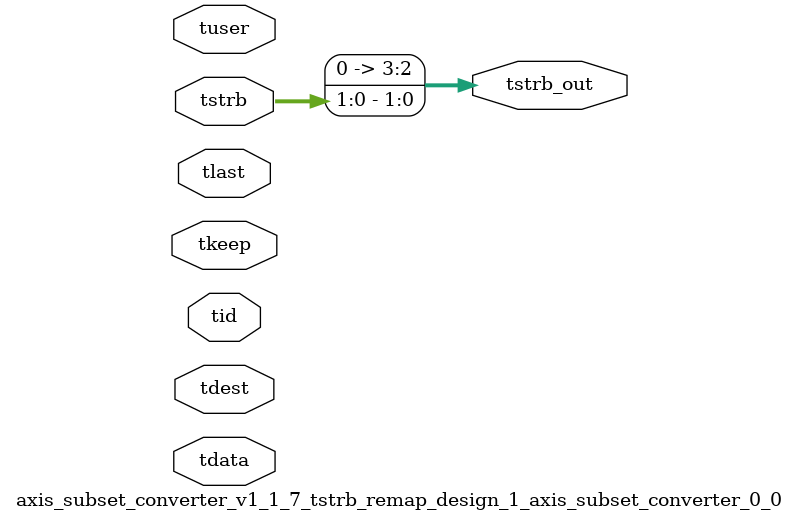
<source format=v>


`timescale 1ps/1ps

module axis_subset_converter_v1_1_7_tstrb_remap_design_1_axis_subset_converter_0_0 #
(
parameter C_S_AXIS_TDATA_WIDTH = 32,
parameter C_S_AXIS_TUSER_WIDTH = 0,
parameter C_S_AXIS_TID_WIDTH   = 0,
parameter C_S_AXIS_TDEST_WIDTH = 0,
parameter C_M_AXIS_TDATA_WIDTH = 32
)
(
input  [(C_S_AXIS_TDATA_WIDTH == 0 ? 1 : C_S_AXIS_TDATA_WIDTH)-1:0     ] tdata,
input  [(C_S_AXIS_TUSER_WIDTH == 0 ? 1 : C_S_AXIS_TUSER_WIDTH)-1:0     ] tuser,
input  [(C_S_AXIS_TID_WIDTH   == 0 ? 1 : C_S_AXIS_TID_WIDTH)-1:0       ] tid,
input  [(C_S_AXIS_TDEST_WIDTH == 0 ? 1 : C_S_AXIS_TDEST_WIDTH)-1:0     ] tdest,
input  [(C_S_AXIS_TDATA_WIDTH/8)-1:0 ] tkeep,
input  [(C_S_AXIS_TDATA_WIDTH/8)-1:0 ] tstrb,
input                                                                    tlast,
output [(C_M_AXIS_TDATA_WIDTH/8)-1:0 ] tstrb_out
);

assign tstrb_out = {tstrb[1:0]};

endmodule


</source>
